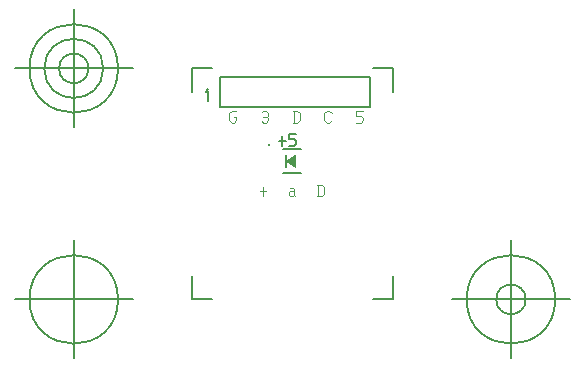
<source format=gbr>
G04 Generated by Ultiboard 11.0 *
%FSLAX25Y25*%
%MOIN*%

%ADD10C,0.00367*%
%ADD11C,0.00333*%
%ADD12C,0.00612*%
%ADD13C,0.00500*%
%ADD14C,0.00800*%
%ADD15C,0.00600*%
%ADD16C,0.00005*%
%ADD17C,0.01205*%


G04 ColorRGB FFFF00 for the following layer *
%LNSilkscreen Top*%
%LPD*%
%FSLAX25Y25*%
%MOIN*%
G54D10*
X-6969Y59894D02*
X-6185Y59894D01*
X-6185Y59894D02*
X-6185Y58713D01*
X-6185Y58713D02*
X-6969Y57925D01*
X-6969Y57925D02*
X-7753Y57925D01*
X-7753Y57925D02*
X-8537Y58713D01*
X-8537Y58713D02*
X-8537Y61075D01*
X-8537Y61075D02*
X-7753Y61862D01*
X-7753Y61862D02*
X-6185Y61862D01*
X2437Y61469D02*
X2829Y61862D01*
X2829Y61862D02*
X3613Y61862D01*
X3613Y61862D02*
X4397Y61075D01*
X4397Y61075D02*
X4397Y60287D01*
X4397Y60287D02*
X4005Y59894D01*
X4005Y59894D02*
X4397Y59500D01*
X4397Y59500D02*
X4397Y58713D01*
X4397Y58713D02*
X3613Y57925D01*
X3613Y57925D02*
X2829Y57925D01*
X2829Y57925D02*
X2437Y58319D01*
X2829Y59894D02*
X4005Y59894D01*
X12628Y57925D02*
X14196Y57925D01*
X14196Y57925D02*
X14980Y58713D01*
X14980Y58713D02*
X14980Y61075D01*
X14980Y61075D02*
X14196Y61862D01*
X14196Y61862D02*
X12628Y61862D01*
X13020Y61862D02*
X13020Y57925D01*
X25563Y58713D02*
X24779Y57925D01*
X24779Y57925D02*
X23995Y57925D01*
X23995Y57925D02*
X23211Y58713D01*
X23211Y58713D02*
X23211Y61075D01*
X23211Y61075D02*
X23995Y61862D01*
X23995Y61862D02*
X24779Y61862D01*
X24779Y61862D02*
X25563Y61075D01*
X36145Y61862D02*
X33794Y61862D01*
X33794Y61862D02*
X33794Y60287D01*
X33794Y60287D02*
X35361Y60287D01*
X35361Y60287D02*
X36145Y59500D01*
X36145Y59500D02*
X36145Y58713D01*
X36145Y58713D02*
X35361Y57925D01*
X35361Y57925D02*
X33794Y57925D01*
G54D11*
X1656Y35000D02*
X3789Y35000D01*
X2722Y36429D02*
X2722Y33571D01*
X11611Y36071D02*
X12678Y36071D01*
X12678Y36071D02*
X13033Y35714D01*
X13033Y35714D02*
X13033Y33929D01*
X13033Y33929D02*
X12678Y33571D01*
X12678Y33571D02*
X11611Y33571D01*
X11611Y33571D02*
X11256Y33929D01*
X11256Y33929D02*
X11256Y34643D01*
X11256Y34643D02*
X11611Y35000D01*
X11611Y35000D02*
X13033Y35000D01*
X13033Y33929D02*
X13389Y33571D01*
X20856Y33571D02*
X22278Y33571D01*
X22278Y33571D02*
X22989Y34286D01*
X22989Y34286D02*
X22989Y36429D01*
X22989Y36429D02*
X22278Y37143D01*
X22278Y37143D02*
X20856Y37143D01*
X21211Y37143D02*
X21211Y33571D01*
G54D12*
X7892Y51744D02*
X10243Y51744D01*
X9068Y53319D02*
X9068Y50169D01*
X13771Y54106D02*
X11419Y54106D01*
X11419Y54106D02*
X11419Y52531D01*
X11419Y52531D02*
X12987Y52531D01*
X12987Y52531D02*
X13771Y51744D01*
X13771Y51744D02*
X13771Y50957D01*
X13771Y50957D02*
X12987Y50169D01*
X12987Y50169D02*
X11419Y50169D01*
G54D13*
X-11500Y63000D02*
X-11500Y73000D01*
X-11500Y73000D02*
X38500Y73000D01*
X38500Y73000D02*
X38500Y63000D01*
X38500Y63000D02*
X-11500Y63000D01*
X-21000Y-1000D02*
X-21000Y6700D01*
X-21000Y-1000D02*
X-14300Y-1000D01*
X46000Y-1000D02*
X39300Y-1000D01*
X46000Y-1000D02*
X46000Y6700D01*
X46000Y76000D02*
X46000Y68300D01*
X46000Y76000D02*
X39300Y76000D01*
X-21000Y76000D02*
X-14300Y76000D01*
X-21000Y76000D02*
X-21000Y68300D01*
X-40685Y-1000D02*
X-80055Y-1000D01*
X-60370Y-20685D02*
X-60370Y18685D01*
X-75134Y-1000D02*
G75*
D01*
G02X-75134Y-1000I14764J0*
G01*
X65685Y-1000D02*
X105055Y-1000D01*
X85370Y-20685D02*
X85370Y18685D01*
X70606Y-1000D02*
G75*
D01*
G02X70606Y-1000I14764J0*
G01*
X80449Y-1000D02*
G75*
D01*
G02X80449Y-1000I4921J0*
G01*
X-40685Y76000D02*
X-80055Y76000D01*
X-60370Y56315D02*
X-60370Y95685D01*
X-75134Y76000D02*
G75*
D01*
G02X-75134Y76000I14764J0*
G01*
X-70213Y76000D02*
G75*
D01*
G02X-70213Y76000I9843J0*
G01*
X-65291Y76000D02*
G75*
D01*
G02X-65291Y76000I4921J0*
G01*
G54D14*
X-16333Y68167D02*
X-15500Y69000D01*
X-15500Y68333D02*
X-15500Y65000D01*
X15340Y41007D02*
X9340Y41007D01*
X9340Y49007D02*
X15340Y49007D01*
G54D15*
X10340Y47107D02*
X10340Y43007D01*
G54D16*
X13340Y47007D02*
X13340Y43007D01*
X13340Y43007D02*
X10340Y45007D01*
X10340Y45007D02*
X13340Y47007D01*
G36*
X13340Y47007D02*
X13340Y43007D01*
X10340Y45007D01*
X13340Y47007D01*
G37*
X13340Y47007D02*
X13340Y43007D01*
X13340Y43007D02*
X10340Y45007D01*
X10340Y45007D02*
X13340Y47007D01*
G54D17*
X4840Y50407D03*

M00*

</source>
